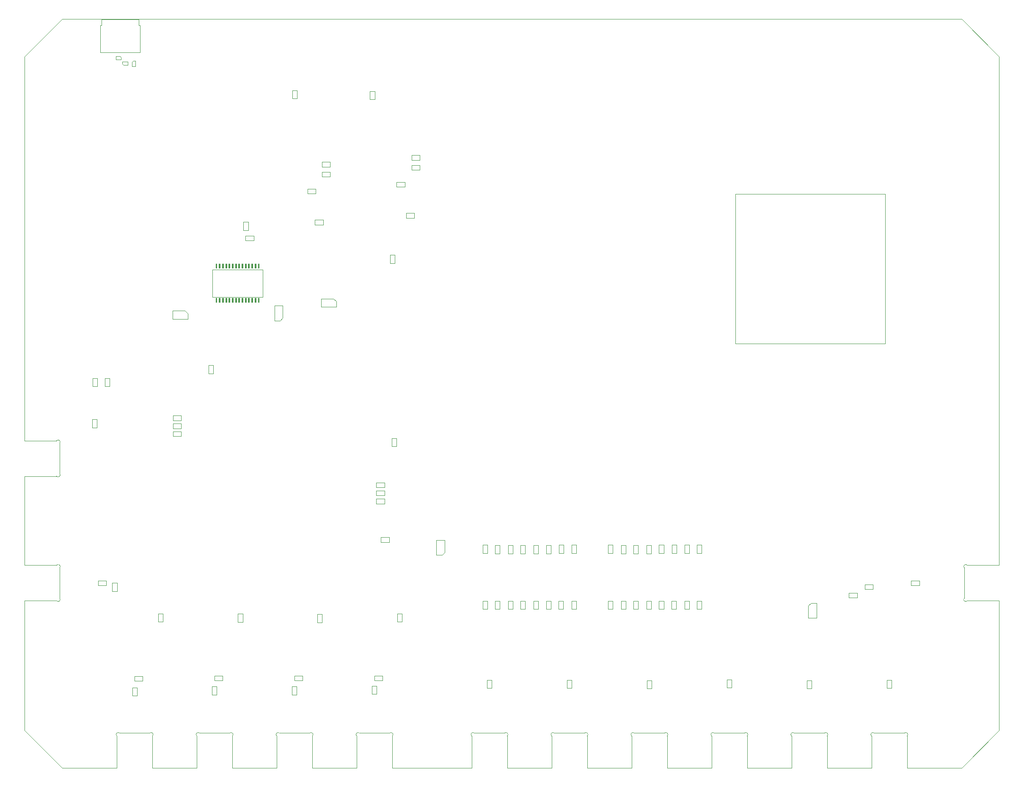
<source format=gm1>
G04 Layer_Color=16711935*
%FSTAX44Y44*%
%MOMM*%
G71*
G01*
G75*
%ADD75C,0.1000*%
%ADD79C,0.1200*%
%ADD80C,0.0508*%
G36*
X00691375Y01185791D02*
X00688141D01*
Y01195214D01*
X00691375D01*
Y01185791D01*
D02*
G37*
G36*
X00710875Y01185788D02*
X00707683D01*
Y01195214D01*
X00710875D01*
Y01185788D01*
D02*
G37*
G36*
X00723875Y01185782D02*
X00720716D01*
Y01195214D01*
X00723875D01*
Y01185782D01*
D02*
G37*
G36*
X00678375Y01185811D02*
X00675118D01*
Y01195214D01*
X00678375D01*
Y01185811D01*
D02*
G37*
G36*
X00717375Y01185856D02*
X00714137D01*
Y01195214D01*
X00717375D01*
Y01185856D01*
D02*
G37*
G36*
X00697875Y01185856D02*
X0069463D01*
Y01195214D01*
X00697875D01*
Y01185856D01*
D02*
G37*
G36*
X00645875Y01185839D02*
X00642595D01*
Y01195214D01*
X00645875D01*
Y01185839D01*
D02*
G37*
G36*
X00658875Y01185744D02*
X00655546D01*
Y01195214D01*
X00658875D01*
Y01185744D01*
D02*
G37*
G36*
X00684875Y01185737D02*
X0068163D01*
Y01195214D01*
X00684875D01*
Y01185737D01*
D02*
G37*
G36*
X00665375Y01185723D02*
X00662058D01*
Y01195214D01*
X00665375D01*
Y01185723D01*
D02*
G37*
G36*
X00671875Y01185747D02*
X00668589D01*
Y01195214D01*
X00671875D01*
Y01185747D01*
D02*
G37*
G36*
X00704375Y01185769D02*
X0070118D01*
Y01195214D01*
X00704375D01*
Y01185769D01*
D02*
G37*
G36*
X00639375Y01185761D02*
X00636003D01*
Y01195214D01*
X00639375D01*
Y01185761D01*
D02*
G37*
G36*
X00652375Y01185751D02*
X00649031D01*
Y01195214D01*
X00652375D01*
Y01185751D01*
D02*
G37*
G36*
X00710875Y01254581D02*
X00707676D01*
Y0126387D01*
X00710875D01*
Y01254581D01*
D02*
G37*
G36*
X00671875D02*
X00668604D01*
Y0126387D01*
X00671875D01*
Y01254581D01*
D02*
G37*
G36*
X00684875Y01254577D02*
X00681628D01*
Y0126387D01*
X00684875D01*
Y01254577D01*
D02*
G37*
G36*
X00723875Y01254585D02*
X00720706D01*
Y0126387D01*
X00723875D01*
Y01254585D01*
D02*
G37*
G36*
X00652375Y01254616D02*
X00649031D01*
Y0126387D01*
X00652375D01*
Y01254616D01*
D02*
G37*
G36*
X00665375Y01254616D02*
X00662071D01*
Y0126387D01*
X00665375D01*
Y01254616D01*
D02*
G37*
G36*
X00691375Y01254595D02*
X00688144D01*
Y0126387D01*
X00691375D01*
Y01254595D01*
D02*
G37*
G36*
X00697875Y01254559D02*
X00694641D01*
Y0126387D01*
X00697875D01*
Y01254559D01*
D02*
G37*
G36*
X00639375Y01254553D02*
X00636085D01*
Y0126387D01*
X00639375D01*
Y01254553D01*
D02*
G37*
G36*
X00704375Y01254533D02*
X0070113D01*
Y0126387D01*
X00704375D01*
Y01254533D01*
D02*
G37*
G36*
X00658875Y0125456D02*
X00655597D01*
Y0126387D01*
X00658875D01*
Y0125456D01*
D02*
G37*
G36*
X00645875Y01254576D02*
X00642562D01*
Y0126387D01*
X00645875D01*
Y01254576D01*
D02*
G37*
G36*
X00678375Y0125457D02*
X00675118D01*
Y0126387D01*
X00678375D01*
Y0125457D01*
D02*
G37*
G36*
X00717375Y01254564D02*
X00714168D01*
Y0126387D01*
X00717375D01*
Y01254564D01*
D02*
G37*
D75*
X00482Y017415D02*
X00485D01*
X00408D02*
Y017535D01*
X00482D01*
Y017415D02*
Y017535D01*
X00405Y017415D02*
X00408D01*
X00485Y016875D02*
Y017415D01*
X00405Y016875D02*
Y017415D01*
Y016875D02*
X00485D01*
X0098825Y0089825D02*
Y0091475D01*
X0099775Y0089825D02*
Y0091475D01*
X0098825Y0089825D02*
X0099775D01*
X0098825Y0091475D02*
X0099775D01*
X0062225Y0104425D02*
Y0106075D01*
X0063175Y0104425D02*
Y0106075D01*
X0062225Y0104425D02*
X0063175D01*
X0062225Y0106075D02*
X0063175D01*
X0055079Y0095025D02*
X0056729D01*
X0055079Y0095975D02*
X0056729D01*
Y0095025D02*
Y0095975D01*
X0055079Y0095025D02*
Y0095975D01*
Y0091825D02*
X0056729D01*
X0055079Y0092775D02*
X0056729D01*
Y0091825D02*
Y0092775D01*
X0055079Y0091825D02*
Y0092775D01*
Y0093425D02*
X0056729D01*
X0055079Y0094375D02*
X0056729D01*
Y0093425D02*
Y0094375D01*
X0055079Y0093425D02*
Y0094375D01*
X0042415Y0101825D02*
Y0103475D01*
X0041465Y0101825D02*
Y0103475D01*
Y0101825D02*
X0042415D01*
X0041465Y0103475D02*
X0042415D01*
X0039925Y0101825D02*
Y0103475D01*
X0038975Y0101825D02*
Y0103475D01*
Y0101825D02*
X0039925D01*
X0038975Y0103475D02*
X0039925D01*
X0039875Y0093575D02*
Y0095225D01*
X0038925Y0093575D02*
Y0095225D01*
Y0093575D02*
X0039875D01*
X0038925Y0095225D02*
X0039875D01*
X0095754Y0080925D02*
X0097404D01*
X0095754Y0079975D02*
X0097404D01*
X0095754D02*
Y0080925D01*
X0097404Y0079975D02*
Y0080925D01*
X0095754Y00816D02*
X0097404D01*
X0095754Y008255D02*
X0097404D01*
Y00816D02*
Y008255D01*
X0095754Y00816D02*
Y008255D01*
Y00793D02*
X0097404D01*
X0095754Y007835D02*
X0097404D01*
X0095754D02*
Y00793D01*
X0097404Y007835D02*
Y00793D01*
X0084875Y0145825D02*
X0086525D01*
X0084875Y0146775D02*
X0086525D01*
Y0145825D02*
Y0146775D01*
X0084875Y0145825D02*
Y0146775D01*
X0079925Y01595D02*
Y016115D01*
X0078975Y01595D02*
Y016115D01*
X0079925D01*
X0078975Y01595D02*
X0079925D01*
X0084875Y0143825D02*
X0086525D01*
X0084875Y0144775D02*
X0086525D01*
Y0143825D02*
Y0144775D01*
X0084875Y0143825D02*
Y0144775D01*
X0083475Y0134225D02*
X0085125D01*
X0083475Y0135175D02*
X0085125D01*
Y0134225D02*
Y0135175D01*
X0083475Y0134225D02*
Y0135175D01*
X0081975Y0141375D02*
X0083625D01*
X0081975Y0140425D02*
X0083625D01*
X0081975D02*
Y0141375D01*
X0083625Y0140425D02*
Y0141375D01*
X0202775Y0061975D02*
X0204425D01*
X0202775Y0062925D02*
X0204425D01*
X0202775Y0061975D02*
Y0062925D01*
X0204425Y0061975D02*
Y0062925D01*
X019031Y0060425D02*
X019196D01*
X019031Y0059475D02*
X019196D01*
X019031D02*
Y0060425D01*
X019196Y0059475D02*
Y0060425D01*
X0102825Y0147175D02*
X0104475D01*
X0102825Y0148125D02*
X0104475D01*
Y0147175D02*
Y0148125D01*
X0102825Y0147175D02*
Y0148125D01*
X009545Y01593D02*
Y016095D01*
X00945Y01593D02*
Y016095D01*
X009545D01*
X00945Y01593D02*
X009545D01*
X0102825Y0145175D02*
X0104475D01*
X0102825Y0146125D02*
X0104475D01*
Y0145175D02*
Y0146125D01*
X0102825Y0145175D02*
Y0146125D01*
X0101725Y0135575D02*
X0103375D01*
X0101725Y0136525D02*
X0103375D01*
Y0135575D02*
Y0136525D01*
X0101725Y0135575D02*
Y0136525D01*
X019351Y0062125D02*
X019516D01*
X019351Y0061175D02*
X019516D01*
X019351D02*
Y0062125D01*
X019516Y0061175D02*
Y0062125D01*
X0099825Y0142725D02*
X0101475D01*
X0099825Y0141775D02*
X0101475D01*
X0099825D02*
Y0142725D01*
X0101475Y0141775D02*
Y0142725D01*
X0099475Y0126525D02*
Y0128175D01*
X0098525Y0126525D02*
Y0128175D01*
X0099475D01*
X0098525Y0126525D02*
X0099475D01*
X0040075Y0062925D02*
X0041725D01*
X0040075Y0061975D02*
X0041725D01*
Y0062925D01*
X0040075Y0061975D02*
Y0062925D01*
X0043875Y0060825D02*
Y0062475D01*
X0042925Y0060825D02*
Y0062475D01*
Y0060825D02*
X0043875D01*
X0042925Y0062475D02*
X0043875D01*
X01179Y0041375D02*
Y0043025D01*
X011885Y0041375D02*
Y0043025D01*
X01179D02*
X011885D01*
X01179Y0041375D02*
X011885D01*
X01339D02*
Y0043025D01*
X013485Y0041375D02*
Y0043025D01*
X01339D02*
X013485D01*
X01339Y0041375D02*
X013485D01*
X0125575Y0057225D02*
Y0058875D01*
X0124625Y0057225D02*
Y0058875D01*
Y0057225D02*
X0125575D01*
X0124625Y0058875D02*
X0125575D01*
X0125575Y0068325D02*
Y0069975D01*
X0124625Y0068325D02*
Y0069975D01*
Y0068325D02*
X0125575D01*
X0124625Y0069975D02*
X0125575D01*
X0123075Y0057225D02*
Y0058875D01*
X0122125Y0057225D02*
Y0058875D01*
Y0057225D02*
X0123075D01*
X0122125Y0058875D02*
X0123075D01*
X0123075Y0068325D02*
Y0069975D01*
X0122125Y0068325D02*
Y0069975D01*
Y0068325D02*
X0123075D01*
X0122125Y0069975D02*
X0123075D01*
X0120475Y0057225D02*
Y0058875D01*
X0119525Y0057225D02*
Y0058875D01*
Y0057225D02*
X0120475D01*
X0119525Y0058875D02*
X0120475D01*
X0120475Y0068325D02*
Y0069975D01*
X0119525Y0068325D02*
Y0069975D01*
Y0068325D02*
X0120475D01*
X0119525Y0069975D02*
X0120475D01*
X01499Y0041275D02*
Y0042925D01*
X015085Y0041275D02*
Y0042925D01*
X01499D02*
X015085D01*
X01499Y0041275D02*
X015085D01*
X01659Y0041475D02*
Y0043125D01*
X016685Y0041475D02*
Y0043125D01*
X01659D02*
X016685D01*
X01659Y0041475D02*
X016685D01*
X0117975Y0057225D02*
Y0058875D01*
X0117025Y0057225D02*
Y0058875D01*
Y0057225D02*
X0117975D01*
X0117025Y0058875D02*
X0117975D01*
X0117975Y0068425D02*
Y0070075D01*
X0117025Y0068425D02*
Y0070075D01*
Y0068425D02*
X0117975D01*
X0117025Y0070075D02*
X0117975D01*
X01819Y0041275D02*
Y0042925D01*
X018285Y0041275D02*
Y0042925D01*
X01819D02*
X018285D01*
X01819Y0041275D02*
X018285D01*
X0197925Y0041375D02*
Y0043025D01*
X0198875Y0041375D02*
Y0043025D01*
X0197925D02*
X0198875D01*
X0197925Y0041375D02*
X0198875D01*
X0135775Y0057225D02*
Y0058875D01*
X0134825Y0057225D02*
Y0058875D01*
Y0057225D02*
X0135775D01*
X0134825Y0058875D02*
X0135775D01*
X0135775Y0068425D02*
Y0070075D01*
X0134825Y0068425D02*
Y0070075D01*
Y0068425D02*
X0135775D01*
X0134825Y0070075D02*
X0135775D01*
X0133175Y0057225D02*
Y0058875D01*
X0132225Y0057225D02*
Y0058875D01*
Y0057225D02*
X0133175D01*
X0132225Y0058875D02*
X0133175D01*
X01332251Y0068425D02*
Y0070075D01*
X01322751Y0068425D02*
Y0070075D01*
Y0068425D02*
X01332251D01*
X01322751Y0070075D02*
X01332251D01*
X0130675Y0057225D02*
Y0058875D01*
X0129725Y0057225D02*
Y0058875D01*
Y0057225D02*
X0130675D01*
X0129725Y0058875D02*
X0130675D01*
X0130675Y0068325D02*
Y0069975D01*
X0129725Y0068325D02*
Y0069975D01*
Y0068325D02*
X0130675D01*
X0129725Y0069975D02*
X0130675D01*
X0128175Y0057225D02*
Y0058875D01*
X0127225Y0057225D02*
Y0058875D01*
Y0057225D02*
X0128175D01*
X0127225Y0058875D02*
X0128175D01*
X0128175Y0068325D02*
Y0069975D01*
X0127225Y0068325D02*
Y0069975D01*
Y0068325D02*
X0128175D01*
X0127225Y0069975D02*
X0128175D01*
X0150775Y0057225D02*
Y0058875D01*
X0149825Y0057225D02*
Y0058875D01*
Y0057225D02*
X0150775D01*
X0149825Y0058875D02*
X0150775D01*
X0150775Y0068325D02*
Y0069975D01*
X0149825Y0068325D02*
Y0069975D01*
Y0068325D02*
X0150775D01*
X0149825Y0069975D02*
X0150775D01*
X0148175Y0057225D02*
Y0058875D01*
X0147225Y0057225D02*
Y0058875D01*
Y0057225D02*
X0148175D01*
X0147225Y0058875D02*
X0148175D01*
Y0068325D02*
Y0069975D01*
X0147225Y0068325D02*
Y0069975D01*
Y0068325D02*
X0148175D01*
X0147225Y0069975D02*
X0148175D01*
X0145675Y0057225D02*
Y0058875D01*
X0144725Y0057225D02*
Y0058875D01*
Y0057225D02*
X0145675D01*
X0144725Y0058875D02*
X0145675D01*
X0145675Y0068325D02*
Y0069975D01*
X0144725Y0068325D02*
Y0069975D01*
Y0068325D02*
X0145675D01*
X0144725Y0069975D02*
X0145675D01*
X0143075Y0057225D02*
Y0058875D01*
X0142125Y0057225D02*
Y0058875D01*
Y0057225D02*
X0143075D01*
X0142125Y0058875D02*
X0143075D01*
X0143075Y0068425D02*
Y0070075D01*
X0142125Y0068425D02*
Y0070075D01*
Y0068425D02*
X0143075D01*
X0142125Y0070075D02*
X0143075D01*
X00789Y0040075D02*
Y0041725D01*
X007985Y0040075D02*
Y0041725D01*
X00789D02*
X007985D01*
X00789Y0040075D02*
X007985D01*
X00949Y0040175D02*
Y0041825D01*
X009585Y0040175D02*
Y0041825D01*
X00949D02*
X009585D01*
X00949Y0040175D02*
X009585D01*
X007935Y0043875D02*
X0081D01*
X007935Y0042925D02*
X0081D01*
Y0043875D01*
X007935Y0042925D02*
Y0043875D01*
X009535D02*
X0097D01*
X009535Y0042925D02*
X0097D01*
Y0043875D01*
X009535Y0042925D02*
Y0043875D01*
X0160875Y0057225D02*
Y0058875D01*
X0159925Y0057225D02*
Y0058875D01*
Y0057225D02*
X0160875D01*
X0159925Y0058875D02*
X0160875D01*
Y0068425D02*
Y0070075D01*
X0159925Y0068425D02*
Y0070075D01*
Y0068425D02*
X0160875D01*
X0159925Y0070075D02*
X0160875D01*
X0158375Y0057225D02*
Y0058875D01*
X0157425Y0057225D02*
Y0058875D01*
Y0057225D02*
X0158375D01*
X0157425Y0058875D02*
X0158375D01*
X0158375Y0068425D02*
Y0070075D01*
X0157425Y0068425D02*
Y0070075D01*
Y0068425D02*
X0158375D01*
X0157425Y0070075D02*
X0158375D01*
X0046925Y0039875D02*
Y0041525D01*
X0047875Y0039875D02*
Y0041525D01*
X0046925D02*
X0047875D01*
X0046925Y0039875D02*
X0047875D01*
X00629Y0040075D02*
Y0041725D01*
X006385Y0040075D02*
Y0041725D01*
X00629D02*
X006385D01*
X00629Y0040075D02*
X006385D01*
X0155775Y0057225D02*
Y0058875D01*
X0154825Y0057225D02*
Y0058875D01*
Y0057225D02*
X0155775D01*
X0154825Y0058875D02*
X0155775D01*
X0155835Y0068425D02*
Y0070075D01*
X0154885Y0068425D02*
Y0070075D01*
Y0068425D02*
X0155835D01*
X0154885Y0070075D02*
X0155835D01*
X0047375Y0043775D02*
X0049025D01*
X0047375Y0042825D02*
X0049025D01*
Y0043775D01*
X0047375Y0042825D02*
Y0043775D01*
X006335Y0043875D02*
X0065D01*
X006335Y0042925D02*
X0065D01*
Y0043875D01*
X006335Y0042925D02*
Y0043875D01*
X0153275Y0057225D02*
Y0058875D01*
X0152325Y0057225D02*
Y0058875D01*
Y0057225D02*
X0153275D01*
X0152325Y0058875D02*
X0153275D01*
X0153275Y0068425D02*
Y0070075D01*
X0152325Y0068425D02*
Y0070075D01*
Y0068425D02*
X0153275D01*
X0152325Y0070075D02*
X0153275D01*
X00967Y007065D02*
X009835D01*
X00967Y00716D02*
X009835D01*
Y007065D02*
Y00716D01*
X00967Y007065D02*
Y00716D01*
X00521Y0054675D02*
Y0056325D01*
X005305Y0054675D02*
Y0056325D01*
X00521Y0054675D02*
X005305D01*
X00521Y0056325D02*
X005305D01*
X0068075Y0054625D02*
Y0056275D01*
X0069025Y0054625D02*
Y0056275D01*
X0068075Y0054625D02*
X0069025D01*
X0068075Y0056275D02*
X0069025D01*
X008395Y0054525D02*
Y0056175D01*
X00849Y0054525D02*
Y0056175D01*
X008395Y0054525D02*
X00849D01*
X008395Y0056175D02*
X00849D01*
X0069175Y0133125D02*
Y0134775D01*
X0070125Y0133125D02*
Y0134775D01*
X0069175Y0133125D02*
X0070125D01*
X0069175Y0134775D02*
X0070125D01*
X0099975Y0054675D02*
Y0056325D01*
X0100925Y0054675D02*
Y0056325D01*
X0099975Y0054675D02*
X0100925D01*
X0099975Y0056325D02*
X0100925D01*
X00696Y013105D02*
X007125D01*
X00696Y0132D02*
X007125D01*
Y013105D02*
Y0132D01*
X00696Y013105D02*
Y0132D01*
D79*
X00317938Y005889D02*
G03*
X00324062Y00594044I00003122J000025D01*
G01*
X00324062Y00654957D02*
G03*
X00317938Y006601I-00003002J00002643D01*
G01*
X00317938Y008385D02*
G03*
X00324062Y00843643I00003122J000025D01*
G01*
X00324062Y00904557D02*
G03*
X00317938Y009097I-00003002J00002643D01*
G01*
X02140062Y006601D02*
G03*
X02133938Y00654956I-00003122J-000025D01*
G01*
X02133938Y00594043D02*
G03*
X02140062Y005889I00003002J-00002643D01*
G01*
X020196Y00317938D02*
G03*
X02014456Y00324062I-000025J00003122D01*
G01*
X01953543Y00324062D02*
G03*
X019484Y00317938I-00002643J-00003002D01*
G01*
X018596Y00317938D02*
G03*
X01854457Y00324062I-000025J00003122D01*
G01*
X01793543Y00324062D02*
G03*
X017884Y00317938I-00002643J-00003002D01*
G01*
X016996Y00317938D02*
G03*
X01694457Y00324062I-000025J00003122D01*
G01*
X01633543Y00324062D02*
G03*
X016284Y00317938I-00002643J-00003002D01*
G01*
X015396Y00317938D02*
G03*
X01534457Y00324062I-000025J00003122D01*
G01*
X01473543Y00324062D02*
G03*
X014684Y00317938I-00002643J-00003002D01*
G01*
X013796Y00317938D02*
G03*
X01374457Y00324062I-000025J00003122D01*
G01*
X01313543Y00324062D02*
G03*
X013084Y00317938I-00002643J-00003002D01*
G01*
X012196Y00317938D02*
G03*
X01214457Y00324062I-000025J00003122D01*
G01*
X01153543Y00324062D02*
G03*
X011484Y00317938I-00002643J-00003002D01*
G01*
X009896Y00317938D02*
G03*
X00984456Y00324062I-000025J00003122D01*
G01*
X00923543Y00324062D02*
G03*
X009184Y00317938I-00002643J-00003002D01*
G01*
X008296Y00317938D02*
G03*
X00824456Y00324062I-000025J00003122D01*
G01*
X00763543Y00324062D02*
G03*
X007584Y00317938I-00002643J-00003002D01*
G01*
X006696Y00317938D02*
G03*
X00664456Y00324062I-000025J00003122D01*
G01*
X00603543Y00324062D02*
G03*
X005984Y00317938I-00002643J-00003002D01*
G01*
X00443543Y00324062D02*
G03*
X004384Y00317938I-00002643J-00003002D01*
G01*
X005096Y00317938D02*
G03*
X00504456Y00324062I-000025J00003122D01*
G01*
X0114715Y00254D02*
X011484D01*
X020196D02*
X02129D01*
X02204Y006601D02*
Y01679D01*
Y00329D02*
Y005889D01*
X018596Y00254D02*
X019484D01*
X016996D02*
X017884D01*
X015396D02*
X016284D01*
X013796D02*
X014684D01*
X012196D02*
X013084D01*
X009896D02*
X0114715D01*
X008296D02*
X009184D01*
X006696D02*
X007584D01*
X005096D02*
X005984D01*
X00329D02*
X004384D01*
X00254Y009097D02*
Y01679D01*
Y006601D02*
Y008385D01*
Y00329D02*
Y005889D01*
Y00329D02*
X00329Y00254D01*
X00254Y006601D02*
X00317938D01*
X0032406Y00594042D02*
Y00654957D01*
X00254Y005889D02*
X00317938D01*
X00254Y009097D02*
X00317938D01*
X0032406Y00843642D02*
Y00904557D01*
X00254Y008385D02*
X00317938D01*
X02140062Y005889D02*
X02204D01*
X0213394Y00594043D02*
Y00654958D01*
X02140062Y006601D02*
X02204D01*
X019484Y00254D02*
Y00317938D01*
X01953543Y0032406D02*
X02014458D01*
X020196Y00254D02*
Y00317938D01*
X017884Y00254D02*
Y00317938D01*
X01793543Y0032406D02*
X01854458D01*
X018596Y00254D02*
Y00317938D01*
X016284Y00254D02*
Y00317938D01*
X01633543Y0032406D02*
X01694458D01*
X016996Y00254D02*
Y00317938D01*
X014684Y00254D02*
Y00317938D01*
X01473543Y0032406D02*
X01534458D01*
X015396Y00254D02*
Y00317938D01*
X013084Y00254D02*
Y00317938D01*
X01313543Y0032406D02*
X01374458D01*
X013796Y00254D02*
Y00317938D01*
X011484Y00254D02*
Y00317938D01*
X01153543Y0032406D02*
X01214458D01*
X012196Y00254D02*
Y00317938D01*
X009184Y00254D02*
Y00317938D01*
X00923543Y0032406D02*
X00984458D01*
X009896Y00254D02*
Y00317938D01*
X007584Y00254D02*
Y00317938D01*
X00763543Y0032406D02*
X00824458D01*
X008296Y00254D02*
Y00317938D01*
X005984Y00254D02*
Y00317938D01*
X00603543Y0032406D02*
X00664458D01*
X006696Y00254D02*
Y00317938D01*
X005096Y00254D02*
Y00317938D01*
X00443543Y0032406D02*
X00504458D01*
X004384Y00254D02*
Y00317938D01*
X00329Y01754D02*
X02129D01*
X01676Y0110414D02*
X01976D01*
X01676Y0140414D02*
X01976D01*
X01676Y0110414D02*
Y0140414D01*
X01976Y0110414D02*
Y0140414D01*
X02129Y00254D02*
X02204Y00329D01*
X00254Y01679D02*
X00329Y01754D01*
X02129D02*
X02204Y01679D01*
X004687Y016597D02*
Y016681D01*
X004709Y016703D01*
X004687Y016597D02*
X004753D01*
Y016703D01*
X004709D02*
X004753D01*
X0045165Y016622D02*
X0046005D01*
X0044945Y016644D02*
X0045165Y016622D01*
X0046005D02*
Y016688D01*
X0044945D02*
X0046005D01*
X0044945Y016644D02*
Y016688D01*
X0043645Y016798D02*
X0044485D01*
X0044705Y016776D01*
X0043645Y016732D02*
Y016798D01*
Y016732D02*
X0044705D01*
Y016776D01*
X0183865Y005545D02*
Y005845D01*
X0182205Y005545D02*
X0183865D01*
X0182205Y00578967D02*
X01827583Y005845D01*
X0183865D01*
X0182205Y005545D02*
Y00578967D01*
X0107795Y006805D02*
Y007105D01*
X0109455D01*
X01089017Y006805D02*
X0109455Y00686033D01*
X0107795Y006805D02*
X01089017D01*
X0109455Y00686033D02*
Y007105D01*
X0075395Y0115D02*
Y0118D01*
X0077055D01*
X00765017Y0115D02*
X0077055Y01155533D01*
X0075395Y0115D02*
X00765017D01*
X0077055Y01155533D02*
Y0118D01*
X008475Y01177362D02*
X008775D01*
X008475D02*
Y01193962D01*
X00871967D02*
X008775Y01188429D01*
Y01177362D02*
Y01188429D01*
X008475Y01193962D02*
X00871967D01*
X00550249Y01153362D02*
X00580249D01*
X00550249D02*
Y01169962D01*
X00574716D02*
X00580249Y01164429D01*
Y01153362D02*
Y01164429D01*
X00550249Y01169962D02*
X00574716D01*
D80*
X0062962Y0119724D02*
Y012525D01*
Y0119724D02*
X0073038D01*
Y012525D01*
X0062962D02*
X0073038D01*
M02*

</source>
